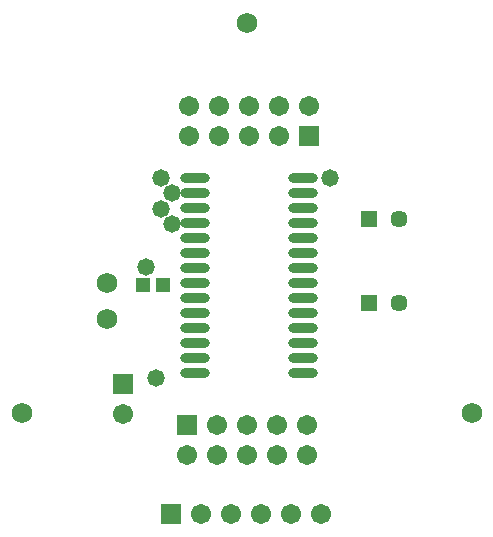
<source format=gbs>
%FSDAX23Y23*%
%MOIN*%
%SFA1B1*%

%IPPOS*%
%ADD30R,0.051300X0.047400*%
%ADD33C,0.068000*%
%ADD34R,0.067100X0.067100*%
%ADD35C,0.067100*%
%ADD36R,0.067100X0.067100*%
%ADD37R,0.057200X0.057200*%
%ADD38C,0.057200*%
%ADD39C,0.058000*%
%ADD40O,0.098600X0.031600*%
%LNsensor_pcb-1*%
%LPD*%
G54D30*
X02783Y03070D03*
X02716D03*
G54D33*
X02594Y03076D03*
Y02957D03*
X02312Y02643D03*
X03811D03*
X03061Y03942D03*
G54D34*
X02650Y02740D03*
G54D35*
X02650Y02640D03*
X02868Y03665D03*
Y03565D03*
X02968Y03665D03*
Y03565D03*
X03068Y03665D03*
Y03565D03*
X03168Y03665D03*
Y03565D03*
X03268Y03665D03*
X03263Y02503D03*
Y02603D03*
X03163Y02503D03*
Y02603D03*
X03063Y02503D03*
Y02603D03*
X02963Y02503D03*
Y02603D03*
X02863Y02503D03*
X03308Y02305D03*
X03208D03*
X03108D03*
X03008D03*
X02908D03*
G54D36*
X03268Y03565D03*
X02863Y02603D03*
X02808Y02305D03*
G54D37*
X03470Y03010D03*
X03470Y03290D03*
G54D38*
X03569Y03010D03*
Y03290D03*
G54D39*
X02760Y02760D03*
X02725Y03130D03*
X02812Y03271D03*
X02811Y03374D03*
X02776Y03322D03*
Y03425D03*
X03338D03*
G54D40*
X02890Y02775D03*
Y02825D03*
Y02875D03*
Y02925D03*
Y02975D03*
Y03025D03*
Y03075D03*
Y03125D03*
Y03175D03*
Y03225D03*
Y03275D03*
Y03325D03*
Y03375D03*
Y03425D03*
X03249Y02775D03*
Y02825D03*
Y02875D03*
Y02925D03*
Y02975D03*
Y03025D03*
Y03075D03*
Y03125D03*
Y03175D03*
Y03225D03*
Y03275D03*
Y03325D03*
Y03375D03*
Y03425D03*
M02*
</source>
